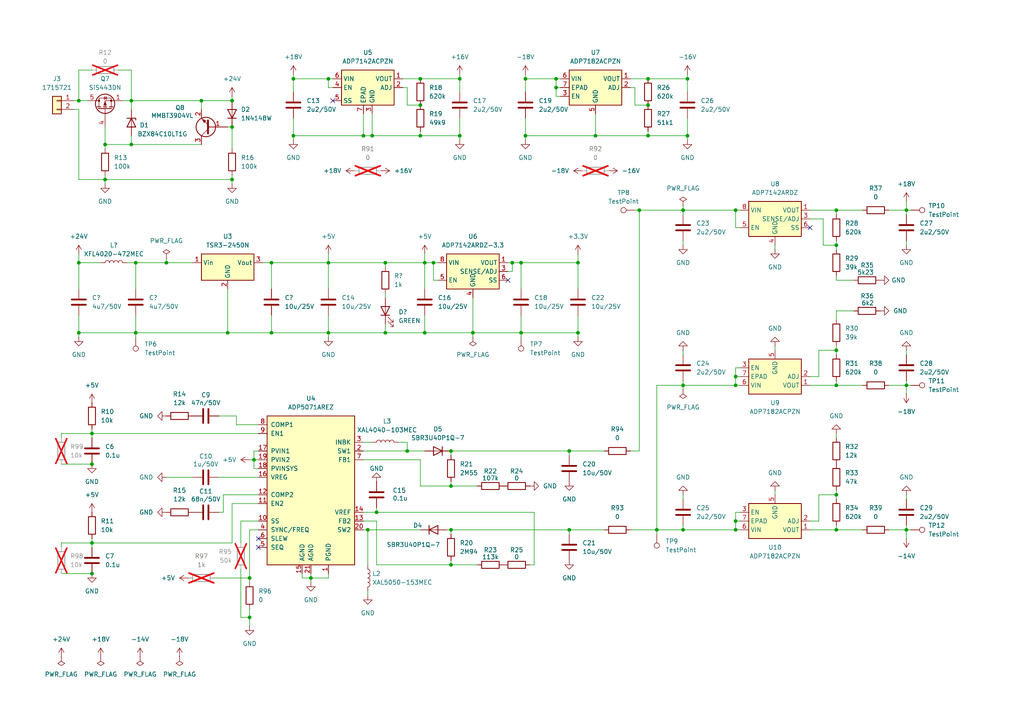
<source format=kicad_sch>
(kicad_sch (version 20250114) (generator "eeschema") (generator_version "9.0")
  (paper "A4")
  (junction (at 123.19 76.2))
  (junction (at 121.92 22.86))
  (junction (at 242.57 143.51))
  (junction (at 161.29 22.86))
  (junction (at 198.12 111.76))
  (junction (at 67.31 36.83))
  (junction (at 198.12 60.96))
  (junction (at 185.42 60.96))
  (junction (at 38.1 41.91))
  (junction (at 152.4 22.86))
  (junction (at 111.76 76.2))
  (junction (at 130.81 130.81))
  (junction (at 73.66 133.35))
  (junction (at 190.5 153.67))
  (junction (at 22.86 76.2))
  (junction (at 67.31 52.07))
  (junction (at 105.41 39.37))
  (junction (at 130.81 140.97))
  (junction (at 130.81 153.67))
  (junction (at 187.96 30.48))
  (junction (at 78.74 76.2))
  (junction (at 198.12 153.67))
  (junction (at 151.13 96.52))
  (junction (at 26.67 157.48))
  (junction (at 30.48 52.07))
  (junction (at 172.72 39.37))
  (junction (at 106.68 153.67))
  (junction (at 38.1 29.21))
  (junction (at 107.95 39.37))
  (junction (at 213.36 109.22))
  (junction (at 121.92 30.48))
  (junction (at 48.26 76.2))
  (junction (at 39.37 76.2))
  (junction (at 78.74 96.52))
  (junction (at 109.22 148.59))
  (junction (at 22.86 29.21))
  (junction (at 213.36 111.76))
  (junction (at 148.59 76.2))
  (junction (at 72.39 179.07))
  (junction (at 213.36 153.67))
  (junction (at 130.81 163.83))
  (junction (at 133.35 39.37))
  (junction (at 95.25 22.86))
  (junction (at 242.57 71.12))
  (junction (at 90.17 167.64))
  (junction (at 85.09 22.86))
  (junction (at 123.19 96.52))
  (junction (at 187.96 22.86))
  (junction (at 165.1 130.81))
  (junction (at 262.89 153.67))
  (junction (at 121.92 39.37))
  (junction (at 187.96 39.37))
  (junction (at 199.39 22.86))
  (junction (at 95.25 76.2))
  (junction (at 30.48 41.91))
  (junction (at 213.36 151.13))
  (junction (at 95.25 96.52))
  (junction (at 151.13 76.2))
  (junction (at 242.57 111.76))
  (junction (at 262.89 111.76))
  (junction (at 167.64 76.2))
  (junction (at 137.16 96.52))
  (junction (at 72.39 167.64))
  (junction (at 167.64 96.52))
  (junction (at 118.11 130.81))
  (junction (at 125.73 76.2))
  (junction (at 85.09 39.37))
  (junction (at 58.42 29.21))
  (junction (at 22.86 96.52))
  (junction (at 133.35 22.86))
  (junction (at 152.4 39.37))
  (junction (at 165.1 153.67))
  (junction (at 242.57 101.6))
  (junction (at 199.39 39.37))
  (junction (at 26.67 125.73))
  (junction (at 262.89 60.96))
  (junction (at 242.57 153.67))
  (junction (at 67.31 29.21))
  (junction (at 26.67 166.37))
  (junction (at 66.04 96.52))
  (junction (at 242.57 60.96))
  (junction (at 26.67 134.62))
  (junction (at 39.37 96.52))
  (junction (at 111.76 96.52))
  (junction (at 161.29 25.4))
  (junction (at 213.36 60.96))
  (no_connect (at 96.52 29.21))
  (no_connect (at 234.95 66.04))
  (no_connect (at 147.32 81.28))
  (no_connect (at 74.93 158.75))
  (no_connect (at 74.93 156.21))
  (wire (pts (xy 237.49 151.13) (xy 237.49 143.51)))
  (wire (pts (xy 262.89 101.6) (xy 262.89 102.87)))
  (wire (pts (xy 58.42 29.21) (xy 67.31 29.21)))
  (wire (pts (xy 242.57 153.67) (xy 250.19 153.67)))
  (wire (pts (xy 198.12 110.49) (xy 198.12 111.76)))
  (wire (pts (xy 167.64 73.66) (xy 167.64 76.2)))
  (wire (pts (xy 238.76 71.12) (xy 242.57 71.12)))
  (wire (pts (xy 198.12 153.67) (xy 213.36 153.67)))
  (wire (pts (xy 129.54 153.67) (xy 130.81 153.67)))
  (wire (pts (xy 64.77 143.51) (xy 74.93 143.51)))
  (wire (pts (xy 73.66 135.89) (xy 74.93 135.89)))
  (wire (pts (xy 154.94 163.83) (xy 154.94 148.59)))
  (wire (pts (xy 90.17 167.64) (xy 90.17 168.91)))
  (wire (pts (xy 74.93 130.81) (xy 73.66 130.81)))
  (wire (pts (xy 109.22 147.32) (xy 109.22 148.59)))
  (wire (pts (xy 116.84 22.86) (xy 121.92 22.86)))
  (wire (pts (xy 198.12 69.85) (xy 198.12 71.12)))
  (wire (pts (xy 198.12 111.76) (xy 190.5 111.76)))
  (wire (pts (xy 35.56 29.21) (xy 38.1 29.21)))
  (wire (pts (xy 242.57 71.12) (xy 242.57 72.39)))
  (wire (pts (xy 111.76 76.2) (xy 111.76 77.47)))
  (wire (pts (xy 36.83 76.2) (xy 39.37 76.2)))
  (wire (pts (xy 198.12 101.6) (xy 198.12 102.87)))
  (wire (pts (xy 85.09 22.86) (xy 85.09 26.67)))
  (wire (pts (xy 85.09 39.37) (xy 85.09 40.64)))
  (wire (pts (xy 133.35 39.37) (xy 133.35 34.29)))
  (wire (pts (xy 130.81 153.67) (xy 165.1 153.67)))
  (wire (pts (xy 67.31 29.21) (xy 67.31 27.94)))
  (wire (pts (xy 213.36 111.76) (xy 214.63 111.76)))
  (wire (pts (xy 224.79 71.12) (xy 224.79 72.39)))
  (wire (pts (xy 242.57 81.28) (xy 242.57 80.01)))
  (wire (pts (xy 214.63 106.68) (xy 213.36 106.68)))
  (wire (pts (xy 96.52 25.4) (xy 95.25 25.4)))
  (wire (pts (xy 69.85 157.48) (xy 69.85 151.13)))
  (wire (pts (xy 30.48 41.91) (xy 38.1 41.91)))
  (wire (pts (xy 152.4 34.29) (xy 152.4 39.37)))
  (wire (pts (xy 242.57 62.23) (xy 242.57 60.96)))
  (wire (pts (xy 161.29 22.86) (xy 162.56 22.86)))
  (wire (pts (xy 262.89 69.85) (xy 262.89 71.12)))
  (wire (pts (xy 161.29 25.4) (xy 161.29 22.86)))
  (wire (pts (xy 262.89 153.67) (xy 264.16 153.67)))
  (wire (pts (xy 234.95 153.67) (xy 242.57 153.67)))
  (wire (pts (xy 153.67 163.83) (xy 154.94 163.83)))
  (wire (pts (xy 133.35 39.37) (xy 133.35 40.64)))
  (wire (pts (xy 111.76 96.52) (xy 123.19 96.52)))
  (wire (pts (xy 238.76 63.5) (xy 238.76 71.12)))
  (wire (pts (xy 90.17 167.64) (xy 95.25 167.64)))
  (wire (pts (xy 123.19 73.66) (xy 123.19 76.2)))
  (wire (pts (xy 257.81 60.96) (xy 262.89 60.96)))
  (wire (pts (xy 242.57 125.73) (xy 242.57 127)))
  (wire (pts (xy 111.76 86.36) (xy 111.76 85.09)))
  (wire (pts (xy 262.89 58.42) (xy 262.89 60.96)))
  (wire (pts (xy 175.26 130.81) (xy 165.1 130.81)))
  (wire (pts (xy 242.57 143.51) (xy 242.57 144.78)))
  (wire (pts (xy 26.67 20.32) (xy 22.86 20.32)))
  (wire (pts (xy 95.25 166.37) (xy 95.25 167.64)))
  (wire (pts (xy 105.41 151.13) (xy 109.22 151.13)))
  (wire (pts (xy 105.41 148.59) (xy 109.22 148.59)))
  (wire (pts (xy 73.66 133.35) (xy 73.66 135.89)))
  (wire (pts (xy 234.95 109.22) (xy 237.49 109.22)))
  (wire (pts (xy 34.29 20.32) (xy 38.1 20.32)))
  (wire (pts (xy 118.11 30.48) (xy 121.92 30.48)))
  (wire (pts (xy 95.25 96.52) (xy 95.25 91.44)))
  (wire (pts (xy 95.25 22.86) (xy 85.09 22.86)))
  (wire (pts (xy 133.35 26.67) (xy 133.35 22.86)))
  (wire (pts (xy 22.86 52.07) (xy 30.48 52.07)))
  (wire (pts (xy 257.81 153.67) (xy 262.89 153.67)))
  (wire (pts (xy 125.73 81.28) (xy 125.73 76.2)))
  (wire (pts (xy 242.57 100.33) (xy 242.57 101.6)))
  (wire (pts (xy 58.42 29.21) (xy 58.42 31.75)))
  (wire (pts (xy 167.64 96.52) (xy 151.13 96.52)))
  (wire (pts (xy 111.76 93.98) (xy 111.76 96.52)))
  (wire (pts (xy 22.86 29.21) (xy 25.4 29.21)))
  (wire (pts (xy 262.89 110.49) (xy 262.89 111.76)))
  (wire (pts (xy 184.15 25.4) (xy 184.15 30.48)))
  (wire (pts (xy 242.57 110.49) (xy 242.57 111.76)))
  (wire (pts (xy 95.25 83.82) (xy 95.25 76.2)))
  (wire (pts (xy 30.48 52.07) (xy 67.31 52.07)))
  (wire (pts (xy 161.29 27.94) (xy 161.29 25.4)))
  (wire (pts (xy 64.77 148.59) (xy 64.77 143.51)))
  (wire (pts (xy 184.15 60.96) (xy 185.42 60.96)))
  (wire (pts (xy 234.95 151.13) (xy 237.49 151.13)))
  (wire (pts (xy 247.65 90.17) (xy 242.57 90.17)))
  (wire (pts (xy 198.12 111.76) (xy 213.36 111.76)))
  (wire (pts (xy 106.68 171.45) (xy 106.68 172.72)))
  (wire (pts (xy 17.78 127) (xy 17.78 125.73)))
  (wire (pts (xy 21.59 29.21) (xy 22.86 29.21)))
  (wire (pts (xy 78.74 96.52) (xy 95.25 96.52)))
  (wire (pts (xy 17.78 166.37) (xy 26.67 166.37)))
  (wire (pts (xy 66.04 83.82) (xy 66.04 96.52)))
  (wire (pts (xy 30.48 52.07) (xy 30.48 50.8)))
  (wire (pts (xy 67.31 146.05) (xy 74.93 146.05)))
  (wire (pts (xy 151.13 76.2) (xy 151.13 83.82)))
  (wire (pts (xy 224.79 142.24) (xy 224.79 143.51)))
  (wire (pts (xy 130.81 130.81) (xy 130.81 132.08)))
  (wire (pts (xy 95.25 96.52) (xy 111.76 96.52)))
  (wire (pts (xy 182.88 22.86) (xy 187.96 22.86)))
  (wire (pts (xy 198.12 152.4) (xy 198.12 153.67)))
  (wire (pts (xy 48.26 138.43) (xy 55.88 138.43)))
  (wire (pts (xy 213.36 60.96) (xy 214.63 60.96)))
  (wire (pts (xy 213.36 153.67) (xy 214.63 153.67)))
  (wire (pts (xy 26.67 124.46) (xy 26.67 125.73)))
  (wire (pts (xy 62.23 167.64) (xy 72.39 167.64)))
  (wire (pts (xy 165.1 153.67) (xy 165.1 154.94)))
  (wire (pts (xy 213.36 151.13) (xy 214.63 151.13)))
  (wire (pts (xy 17.78 125.73) (xy 26.67 125.73)))
  (wire (pts (xy 115.57 128.27) (xy 118.11 128.27)))
  (wire (pts (xy 237.49 109.22) (xy 237.49 101.6)))
  (wire (pts (xy 199.39 39.37) (xy 187.96 39.37)))
  (wire (pts (xy 106.68 153.67) (xy 106.68 163.83)))
  (wire (pts (xy 95.25 22.86) (xy 96.52 22.86)))
  (wire (pts (xy 198.12 143.51) (xy 198.12 144.78)))
  (wire (pts (xy 137.16 96.52) (xy 151.13 96.52)))
  (wire (pts (xy 109.22 151.13) (xy 109.22 163.83)))
  (wire (pts (xy 69.85 165.1) (xy 69.85 179.07)))
  (wire (pts (xy 72.39 153.67) (xy 72.39 167.64)))
  (wire (pts (xy 22.86 96.52) (xy 22.86 97.79)))
  (wire (pts (xy 30.48 53.34) (xy 30.48 52.07)))
  (wire (pts (xy 190.5 153.67) (xy 198.12 153.67)))
  (wire (pts (xy 148.59 78.74) (xy 148.59 76.2)))
  (wire (pts (xy 234.95 111.76) (xy 242.57 111.76)))
  (wire (pts (xy 262.89 152.4) (xy 262.89 153.67)))
  (wire (pts (xy 30.48 36.83) (xy 30.48 41.91)))
  (wire (pts (xy 26.67 125.73) (xy 26.67 127)))
  (wire (pts (xy 151.13 91.44) (xy 151.13 96.52)))
  (wire (pts (xy 38.1 39.37) (xy 38.1 41.91)))
  (wire (pts (xy 105.41 33.02) (xy 105.41 39.37)))
  (wire (pts (xy 66.04 36.83) (xy 67.31 36.83)))
  (wire (pts (xy 69.85 151.13) (xy 74.93 151.13)))
  (wire (pts (xy 125.73 76.2) (xy 123.19 76.2)))
  (wire (pts (xy 85.09 21.59) (xy 85.09 22.86)))
  (wire (pts (xy 185.42 130.81) (xy 185.42 60.96)))
  (wire (pts (xy 214.63 148.59) (xy 213.36 148.59)))
  (wire (pts (xy 213.36 151.13) (xy 213.36 153.67)))
  (wire (pts (xy 95.25 73.66) (xy 95.25 76.2)))
  (wire (pts (xy 262.89 60.96) (xy 264.16 60.96)))
  (wire (pts (xy 72.39 179.07) (xy 72.39 181.61)))
  (wire (pts (xy 224.79 100.33) (xy 224.79 101.6)))
  (wire (pts (xy 262.89 143.51) (xy 262.89 144.78)))
  (wire (pts (xy 182.88 25.4) (xy 184.15 25.4)))
  (wire (pts (xy 107.95 33.02) (xy 107.95 39.37)))
  (wire (pts (xy 199.39 26.67) (xy 199.39 22.86)))
  (wire (pts (xy 26.67 156.21) (xy 26.67 157.48)))
  (wire (pts (xy 121.92 140.97) (xy 130.81 140.97)))
  (wire (pts (xy 76.2 76.2) (xy 78.74 76.2)))
  (wire (pts (xy 123.19 76.2) (xy 123.19 83.82)))
  (wire (pts (xy 39.37 96.52) (xy 39.37 97.79)))
  (wire (pts (xy 95.25 76.2) (xy 78.74 76.2)))
  (wire (pts (xy 22.86 31.75) (xy 22.86 52.07)))
  (wire (pts (xy 213.36 109.22) (xy 213.36 111.76)))
  (wire (pts (xy 152.4 21.59) (xy 152.4 22.86)))
  (wire (pts (xy 152.4 39.37) (xy 172.72 39.37)))
  (wire (pts (xy 67.31 52.07) (xy 67.31 53.34)))
  (wire (pts (xy 247.65 81.28) (xy 242.57 81.28)))
  (wire (pts (xy 38.1 29.21) (xy 58.42 29.21)))
  (wire (pts (xy 242.57 142.24) (xy 242.57 143.51)))
  (wire (pts (xy 152.4 22.86) (xy 152.4 26.67)))
  (wire (pts (xy 262.89 111.76) (xy 264.16 111.76)))
  (wire (pts (xy 213.36 60.96) (xy 213.36 66.04)))
  (wire (pts (xy 213.36 148.59) (xy 213.36 151.13)))
  (wire (pts (xy 262.89 111.76) (xy 262.89 114.3)))
  (wire (pts (xy 213.36 106.68) (xy 213.36 109.22)))
  (wire (pts (xy 87.63 167.64) (xy 90.17 167.64)))
  (wire (pts (xy 148.59 76.2) (xy 151.13 76.2)))
  (wire (pts (xy 190.5 111.76) (xy 190.5 153.67)))
  (wire (pts (xy 78.74 83.82) (xy 78.74 76.2)))
  (wire (pts (xy 105.41 128.27) (xy 107.95 128.27)))
  (wire (pts (xy 133.35 22.86) (xy 121.92 22.86)))
  (wire (pts (xy 105.41 130.81) (xy 118.11 130.81)))
  (wire (pts (xy 190.5 153.67) (xy 190.5 154.94)))
  (wire (pts (xy 118.11 130.81) (xy 123.19 130.81)))
  (wire (pts (xy 167.64 76.2) (xy 167.64 83.82)))
  (wire (pts (xy 67.31 36.83) (xy 67.31 43.18)))
  (wire (pts (xy 116.84 25.4) (xy 118.11 25.4)))
  (wire (pts (xy 165.1 132.08) (xy 165.1 130.81)))
  (wire (pts (xy 172.72 39.37) (xy 187.96 39.37)))
  (wire (pts (xy 72.39 133.35) (xy 73.66 133.35)))
  (wire (pts (xy 39.37 96.52) (xy 66.04 96.52)))
  (wire (pts (xy 67.31 146.05) (xy 67.31 157.48)))
  (wire (pts (xy 38.1 41.91) (xy 58.42 41.91)))
  (wire (pts (xy 172.72 33.02) (xy 172.72 39.37)))
  (wire (pts (xy 161.29 25.4) (xy 162.56 25.4)))
  (wire (pts (xy 63.5 138.43) (xy 74.93 138.43)))
  (wire (pts (xy 63.5 120.65) (xy 68.58 120.65)))
  (wire (pts (xy 234.95 60.96) (xy 242.57 60.96)))
  (wire (pts (xy 130.81 130.81) (xy 165.1 130.81)))
  (wire (pts (xy 133.35 21.59) (xy 133.35 22.86)))
  (wire (pts (xy 118.11 128.27) (xy 118.11 130.81)))
  (wire (pts (xy 68.58 120.65) (xy 68.58 123.19)))
  (wire (pts (xy 118.11 25.4) (xy 118.11 30.48)))
  (wire (pts (xy 30.48 43.18) (xy 30.48 41.91)))
  (wire (pts (xy 187.96 38.1) (xy 187.96 39.37)))
  (wire (pts (xy 199.39 22.86) (xy 187.96 22.86)))
  (wire (pts (xy 167.64 76.2) (xy 151.13 76.2)))
  (wire (pts (xy 105.41 133.35) (xy 121.92 133.35)))
  (wire (pts (xy 167.64 91.44) (xy 167.64 96.52)))
  (wire (pts (xy 184.15 30.48) (xy 187.96 30.48)))
  (wire (pts (xy 198.12 60.96) (xy 198.12 62.23)))
  (wire (pts (xy 137.16 96.52) (xy 137.16 97.79)))
  (wire (pts (xy 17.78 134.62) (xy 26.67 134.62)))
  (wire (pts (xy 198.12 59.69) (xy 198.12 60.96)))
  (wire (pts (xy 199.39 39.37) (xy 199.39 40.64)))
  (wire (pts (xy 39.37 76.2) (xy 39.37 83.82)))
  (wire (pts (xy 72.39 167.64) (xy 72.39 168.91)))
  (wire (pts (xy 130.81 163.83) (xy 130.81 162.56)))
  (wire (pts (xy 152.4 39.37) (xy 152.4 40.64)))
  (wire (pts (xy 22.86 20.32) (xy 22.86 29.21)))
  (wire (pts (xy 137.16 86.36) (xy 137.16 96.52)))
  (wire (pts (xy 198.12 111.76) (xy 198.12 113.03)))
  (wire (pts (xy 48.26 74.93) (xy 48.26 76.2)))
  (wire (pts (xy 182.88 153.67) (xy 190.5 153.67)))
  (wire (pts (xy 262.89 60.96) (xy 262.89 62.23)))
  (wire (pts (xy 213.36 109.22) (xy 214.63 109.22)))
  (wire (pts (xy 26.67 157.48) (xy 67.31 157.48)))
  (wire (pts (xy 123.19 96.52) (xy 137.16 96.52)))
  (wire (pts (xy 87.63 166.37) (xy 87.63 167.64)))
  (wire (pts (xy 198.12 60.96) (xy 213.36 60.96)))
  (wire (pts (xy 165.1 153.67) (xy 175.26 153.67)))
  (wire (pts (xy 95.25 25.4) (xy 95.25 22.86)))
  (wire (pts (xy 17.78 157.48) (xy 26.67 157.48)))
  (wire (pts (xy 262.89 153.67) (xy 262.89 156.21)))
  (wire (pts (xy 72.39 153.67) (xy 74.93 153.67)))
  (wire (pts (xy 90.17 166.37) (xy 90.17 167.64)))
  (wire (pts (xy 68.58 123.19) (xy 74.93 123.19)))
  (wire (pts (xy 22.86 73.66) (xy 22.86 76.2)))
  (wire (pts (xy 147.32 78.74) (xy 148.59 78.74)))
  (wire (pts (xy 78.74 96.52) (xy 78.74 91.44)))
  (wire (pts (xy 130.81 163.83) (xy 138.43 163.83)))
  (wire (pts (xy 17.78 158.75) (xy 17.78 157.48)))
  (wire (pts (xy 234.95 63.5) (xy 238.76 63.5)))
  (wire (pts (xy 111.76 76.2) (xy 123.19 76.2)))
  (wire (pts (xy 48.26 76.2) (xy 55.88 76.2)))
  (wire (pts (xy 26.67 157.48) (xy 26.67 158.75)))
  (wire (pts (xy 154.94 148.59) (xy 109.22 148.59)))
  (wire (pts (xy 95.25 96.52) (xy 95.25 97.79)))
  (wire (pts (xy 21.59 31.75) (xy 22.86 31.75)))
  (wire (pts (xy 242.57 101.6) (xy 242.57 102.87)))
  (wire (pts (xy 185.42 130.81) (xy 182.88 130.81)))
  (wire (pts (xy 72.39 176.53) (xy 72.39 179.07)))
  (wire (pts (xy 38.1 20.32) (xy 38.1 29.21)))
  (wire (pts (xy 214.63 66.04) (xy 213.36 66.04)))
  (wire (pts (xy 107.95 39.37) (xy 121.92 39.37)))
  (wire (pts (xy 151.13 96.52) (xy 151.13 97.79)))
  (wire (pts (xy 121.92 38.1) (xy 121.92 39.37)))
  (wire (pts (xy 237.49 101.6) (xy 242.57 101.6)))
  (wire (pts (xy 26.67 125.73) (xy 74.93 125.73)))
  (wire (pts (xy 85.09 39.37) (xy 105.41 39.37)))
  (wire (pts (xy 39.37 76.2) (xy 48.26 76.2)))
  (wire (pts (xy 123.19 91.44) (xy 123.19 96.52)))
  (wire (pts (xy 69.85 179.07) (xy 72.39 179.07)))
  (wire (pts (xy 67.31 50.8) (xy 67.31 52.07)))
  (wire (pts (xy 257.81 111.76) (xy 262.89 111.76)))
  (wire (pts (xy 130.81 140.97) (xy 138.43 140.97)))
  (wire (pts (xy 133.35 39.37) (xy 121.92 39.37)))
  (wire (pts (xy 95.25 76.2) (xy 111.76 76.2)))
  (wire (pts (xy 106.68 153.67) (xy 121.92 153.67)))
  (wire (pts (xy 242.57 90.17) (xy 242.57 92.71)))
  (wire (pts (xy 73.66 133.35) (xy 74.93 133.35)))
  (wire (pts (xy 38.1 29.21) (xy 38.1 31.75)))
  (wire (pts (xy 185.42 60.96) (xy 198.12 60.96)))
  (wire (pts (xy 161.29 22.86) (xy 152.4 22.86)))
  (wire (pts (xy 242.57 60.96) (xy 250.19 60.96)))
  (wire (pts (xy 199.39 21.59) (xy 199.39 22.86)))
  (wire (pts (xy 167.64 96.52) (xy 167.64 97.79)))
  (wire (pts (xy 130.81 140.97) (xy 130.81 139.7)))
  (wire (pts (xy 63.5 148.59) (xy 64.77 148.59)))
  (wire (pts (xy 73.66 130.81) (xy 73.66 133.35)))
  (wire (pts (xy 147.32 76.2) (xy 148.59 76.2)))
  (wire (pts (xy 22.86 96.52) (xy 39.37 96.52)))
  (wire (pts (xy 199.39 39.37) (xy 199.39 34.29)))
  (wire (pts (xy 127 81.28) (xy 125.73 81.28)))
  (wire (pts (xy 125.73 76.2) (xy 127 76.2)))
  (wire (pts (xy 121.92 133.35) (xy 121.92 140.97)))
  (wire (pts (xy 162.56 27.94) (xy 161.29 27.94)))
  (wire (pts (xy 242.57 152.4) (xy 242.57 153.67)))
  (wire (pts (xy 22.86 91.44) (xy 22.86 96.52)))
  (wire (pts (xy 85.09 34.29) (xy 85.09 39.37)))
  (wire (pts (xy 22.86 76.2) (xy 22.86 83.82)))
  (wire (pts (xy 78.74 96.52) (xy 66.04 96.52)))
  (wire (pts (xy 22.86 76.2) (xy 29.21 76.2)))
  (wire (pts (xy 130.81 154.94) (xy 130.81 153.67)))
  (wire (pts (xy 109.22 163.83) (xy 130.81 163.83)))
  (wire (pts (xy 242.57 71.12) (xy 242.57 69.85)))
  (wire (pts (xy 105.41 39.37) (xy 107.95 39.37)))
  (wire (pts (xy 39.37 91.44) (xy 39.37 96.52)))
  (wire (pts (xy 237.49 143.51) (xy 242.57 143.51)))
  (wire (pts (xy 242.57 111.76) (xy 250.19 111.76)))
  (wire (pts (xy 105.41 153.67) (xy 106.68 153.67)))
  (symbol (lib_id "Device:R") (at 251.46 90.17 90) (unit 1)
    (property "Reference" "R36" (at 253.492 85.852 90) (effects (justify left)))
    (property "Value" "6k2" (at 253.492 87.884 90) (effects (justify left)))
    (property "Footprint" "Resistor_SMD:R_0603_1608Metric" (effects (hide yes)))
    (property "Description" "Resistor" (effects (hide yes)))
  )
  (symbol (lib_id "Device:R") (at 142.24 163.83 90) (unit 1)
    (property "Reference" "R23" (at 142.24 159.512 90))
    (property "Value" "113k" (at 142.24 161.544 90))
    (property "Footprint" "Resistor_SMD:R_0603_1608Metric" (effects (hide yes)))
    (property "Description" "Resistor" (effects (hide yes)))
  )
  (symbol (lib_id "power:+24V") (at 17.78 190.5 0) (unit 1)
    (property "Reference" "#PWR023" (effects (hide yes)))
    (property "Value" "+24V" (at 17.78 185.42 0))
    (property "Description" "Power symbol creates a global label with name \"+24V\"" (effects (hide yes)))
  )
  (symbol (lib_id "Device:C") (at 95.25 87.63 0) (unit 1)
    (property "Reference" "C14" (at 99.06 86.3599 0) (effects (justify left)))
    (property "Value" "10u/25V" (at 99.06 88.8999 0) (effects (justify left)))
    (property "Footprint" "Capacitor_SMD:C_0805_2012Metric" (effects (hide yes)))
    (property "Description" "Unpolarized capacitor" (effects (hide yes)))
  )
  (symbol (lib_id "power:GND") (at 90.17 168.91 0) (unit 1)
    (property "Reference" "#PWR033" (effects (hide yes)))
    (property "Value" "GND" (at 90.17 173.99 0))
    (property "Description" "Power symbol creates a global label with name \"GND\" , ground" (effects (hide yes)))
  )
  (symbol (lib_id "power:GND") (at 67.31 53.34 0) (unit 1)
    (property "Reference" "#PWR026" (effects (hide yes)))
    (property "Value" "GND" (at 67.31 58.42 0))
    (property "Description" "Power symbol creates a global label with name \"GND\" , ground" (effects (hide yes)))
  )
  (symbol (lib_id "MADC_ARTY:ADP7182ACPZN") (at 172.72 25.4 0) (mirror x) (unit 1)
    (property "Reference" "U7" (at 172.72 15.24 0))
    (property "Value" "ADP7182ACPZN" (at 172.72 17.78 0))
    (property "Footprint" "Package_CSP:LFCSP-6-1EP_2x2mm_P0.65mm_EP1x1.6mm" (effects (hide yes)))
    (property "Datasheet" "https://www.analog.com/media/en/technical-documentation/data-sheets/ADP7182.pdf" (effects (hide yes)))
    (property "Description" "200mA, Low Noise, CMOS Low Dropout Regulator, Negative, Adjustable" (effects (hide yes)))
  )
  (symbol (lib_id "power:GND") (at 224.79 100.33 180) (unit 1)
    (property "Reference" "#PWR055" (effects (hide yes)))
    (property "Value" "GND" (at 224.79 95.25 0))
    (property "Description" "Power symbol creates a global label with name \"GND\" , ground" (effects (hide yes)))
  )
  (symbol (lib_id "Device:C") (at 262.89 66.04 0) (unit 1)
    (property "Reference" "C27" (at 266.7 64.7699 0) (effects (justify left)))
    (property "Value" "2u2/50V" (at 266.7 67.3099 0) (effects (justify left)))
    (property "Footprint" "Capacitor_SMD:C_1206_3216Metric" (effects (hide yes)))
    (property "Description" "Unpolarized capacitor" (effects (hide yes)))
  )
  (symbol (lib_id "Device:R") (at 187.96 34.29 0) (unit 1)
    (property "Reference" "R27" (at 190.5 33.0199 0) (effects (justify left)))
    (property "Value" "51k1" (at 190.5 35.5599 0) (effects (justify left)))
    (property "Footprint" "Resistor_SMD:R_0603_1608Metric" (effects (hide yes)))
    (property "Description" "Resistor" (effects (hide yes)))
  )
  (symbol (lib_id "Device:R") (at 106.68 49.53 90) (unit 1) (dnp yes)
    (property "Reference" "R91" (at 106.68 43.18 90))
    (property "Value" "0" (at 106.68 45.72 90))
    (property "Footprint" "Resistor_SMD:R_0603_1608Metric" (effects (hide yes)))
    (property "Description" "Resistor" (effects (hide yes)))
  )
  (symbol (lib_id "Transistor_FET:SiS443DN") (at 30.48 31.75 90) (unit 1)
    (property "Reference" "Q7" (at 30.48 22.86 90))
    (property "Value" "SiS443DN" (at 30.48 25.4 90))
    (property "Footprint" "Package_SO:Vishay_PowerPAK_1212-8_Single" (effects (hide yes)))
    (property "Datasheet" "https://www.vishay.com/docs/63253/sis443dn.pdf" (effects (hide yes)))
    (property "Description" "-35A Id, -40V Vds, P-Channel MOSFET, PowerPAK 1212-8 Single" (effects (hide yes)))
  )
  (symbol (lib_id "power:GND") (at 242.57 125.73 180) (unit 1)
    (property "Reference" "#PWR057" (effects (hide yes)))
    (property "Value" "GND" (at 242.57 120.65 0))
    (property "Description" "Power symbol creates a global label with name \"GND\" , ground" (effects (hide yes)))
  )
  (symbol (lib_id "Device:C") (at 59.69 138.43 90) (unit 1)
    (property "Reference" "C10" (at 59.69 132.334 90))
    (property "Value" "1u/50V" (at 59.69 134.62 90))
    (property "Footprint" "Capacitor_SMD:C_0603_1608Metric" (effects (hide yes)))
    (property "Description" "Unpolarized capacitor" (effects (hide yes)))
  )
  (symbol (lib_id "Device:C") (at 78.74 87.63 0) (unit 1)
    (property "Reference" "C12" (at 82.55 86.3599 0) (effects (justify left)))
    (property "Value" "10u/25V" (at 82.55 88.8999 0) (effects (justify left)))
    (property "Footprint" "Capacitor_SMD:C_0805_2012Metric" (effects (hide yes)))
    (property "Description" "Unpolarized capacitor" (effects (hide yes)))
    (instances (project "DIFF_MEAS" (path "" (reference "C?") (unit 1))) (project "DIFF_MEAS" (path "" (reference "C12") (unit 1))))
  )
  (symbol (lib_id "MADC_ARTY:-18V") (at 152.4 21.59 0) (unit 1)
    (property "Reference" "#PWR041" (effects (hide yes)))
    (property "Value" "-18V" (at 152.4 16.51 0))
    (property "Description" "Power symbol creates a global label" (effects (hide yes)))
  )
  (symbol (lib_id "MADC_ARTY:-16V") (at 176.53 49.53 270) (unit 1)
    (property "Reference" "#PWR0180" (effects (hide yes)))
    (property "Value" "-16V" (at 180.34 49.5299 90) (effects (justify left)))
    (property "Description" "Power symbol creates a global label" (effects (hide yes)))
  )
  (symbol (lib_id "Device:L") (at 111.76 128.27 90) (unit 1)
    (property "Reference" "L3" (at 112.268 122.174 90))
    (property "Value" "XAL4040-103MEC" (at 112.268 124.714 90))
    (property "Footprint" "Inductor_SMD:L_Coilcraft_XAL4040-XXX" (effects (hide yes)))
    (property "Description" "Inductor" (effects (hide yes)))
  )
  (symbol (lib_id "Device:C") (at 198.12 106.68 0) (unit 1)
    (property "Reference" "C24" (at 201.93 105.4099 0) (effects (justify left)))
    (property "Value" "2u2/50V" (at 201.93 107.9499 0) (effects (justify left)))
    (property "Footprint" "Capacitor_SMD:C_1206_3216Metric" (effects (hide yes)))
    (property "Description" "Unpolarized capacitor" (effects (hide yes)))
  )
  (symbol (lib_id "power:GND") (at 224.79 72.39 0) (unit 1)
    (property "Reference" "#PWR054" (effects (hide yes)))
    (property "Value" "GND" (at 224.79 77.47 0))
    (property "Description" "Power symbol creates a global label with name \"GND\" , ground" (effects (hide yes)))
  )
  (symbol (lib_id "Device:C") (at 109.22 143.51 180) (unit 1)
    (property "Reference" "C15" (at 115.824 142.24 0))
    (property "Value" "0.1u" (at 116.078 144.526 0))
    (property "Footprint" "Capacitor_SMD:C_0603_1608Metric" (effects (hide yes)))
    (property "Description" "Unpolarized capacitor" (effects (hide yes)))
  )
  (symbol (lib_id "Connector:TestPoint") (at 39.37 97.79 180) (unit 1)
    (property "Reference" "TP6" (at 41.91 99.8219 0) (effects (justify right)))
    (property "Value" "TestPoint" (at 41.91 102.3619 0) (effects (justify right)))
    (property "Footprint" "TestPoint:TestPoint_Keystone_5010-5014_Multipurpose" (effects (hide yes)))
    (property "Description" "test point" (effects (hide yes)))
  )
  (symbol (lib_id "power:PWR_FLAG") (at 29.21 190.5 180) (unit 1)
    (property "Reference" "#FLG03" (effects (hide yes)))
    (property "Value" "PWR_FLAG" (at 29.21 195.58 0))
    (property "Description" "Special symbol for telling ERC where power comes from" (effects (hide yes)))
  )
  (symbol (lib_id "MADC_ARTY:-18V") (at 262.89 114.3 180) (unit 1)
    (property "Reference" "#PWR063" (effects (hide yes)))
    (property "Value" "-18V" (at 262.89 119.38 0))
    (property "Description" "Power symbol creates a global label" (effects (hide yes)))
  )
  (symbol (lib_id "Regulator_Switching:ADP5071AREZ") (at 90.17 143.51 0) (unit 1)
    (property "Reference" "U4" (at 90.17 115.57 0))
    (property "Value" "ADP5071AREZ" (at 90.17 118.11 0))
    (property "Footprint" "Package_SO:ETSSOP-20-1EP_4.4x6.5mm_P0.65mm_EP3x4.2mm" (effects (hide yes)))
    (property "Datasheet" "https://www.analog.com/media/en/technical-documentation/data-sheets/ADP5071.pdf" (effects (hide yes)))
    (property "Description" "2A/1.2A DC-to-DC Switching Regulator with Independent Positive and Negative Outputs" (effects (hide yes)))
  )
  (symbol (lib_id "Device:R") (at 149.86 163.83 90) (unit 1)
    (property "Reference" "R25" (at 149.86 159.512 90))
    (property "Value" "0" (at 149.86 161.544 90))
    (property "Footprint" "Resistor_SMD:R_0603_1608Metric" (effects (hide yes)))
    (property "Description" "Resistor" (effects (hide yes)))
  )
  (symbol (lib_id "power:GND") (at 26.67 134.62 0) (unit 1)
    (property "Reference" "#PWR016" (effects (hide yes)))
    (property "Value" "GND" (at 26.67 139.7 0))
    (property "Description" "Power symbol creates a global label with name \"GND\" , ground" (effects (hide yes)))
  )
  (symbol (lib_id "MADC_ARTY:-18V") (at 52.07 190.5 0) (unit 1)
    (property "Reference" "#PWR030" (effects (hide yes)))
    (property "Value" "-18V" (at 52.07 185.42 0))
    (property "Description" "Power symbol creates a global label" (effects (hide yes)))
  )
  (symbol (lib_id "Device:R") (at 121.92 26.67 0) (unit 1)
    (property "Reference" "R18" (at 124.46 25.3999 0) (effects (justify left)))
    (property "Value" "620k" (at 124.46 27.9399 0) (effects (justify left)))
    (property "Footprint" "Resistor_SMD:R_0603_1608Metric" (effects (hide yes)))
    (property "Description" "Resistor" (effects (hide yes)))
  )
  (symbol (lib_id "Device:R") (at 111.76 81.28 0) (unit 1)
    (property "Reference" "R17" (at 114.3 80.0099 0) (effects (justify left)))
    (property "Value" "1k" (at 114.3 82.5499 0) (effects (justify left)))
    (property "Footprint" "Resistor_SMD:R_0603_1608Metric" (effects (hide yes)))
    (property "Description" "Resistor" (effects (hide yes)))
    (instances (project "" (path "" (reference "R?") (unit 1))) (project "" (path "" (reference "R17") (unit 1))))
  )
  (symbol (lib_id "Device:C") (at 133.35 30.48 0) (unit 1)
    (property "Reference" "C17" (at 137.16 29.2099 0) (effects (justify left)))
    (property "Value" "2u2/50V" (at 137.16 31.7499 0) (effects (justify left)))
    (property "Footprint" "Capacitor_SMD:C_1206_3216Metric" (effects (hide yes)))
    (property "Description" "Unpolarized capacitor" (effects (hide yes)))
  )
  (symbol (lib_id "MADC_ARTY:+18V") (at 29.21 190.5 0) (unit 1)
    (property "Reference" "#PWR024" (effects (hide yes)))
    (property "Value" "+18V" (at 29.21 185.42 0))
    (property "Description" "Power symbol creates a global label" (effects (hide yes)))
  )
  (symbol (lib_id "Device:R") (at 242.57 96.52 0) (unit 1)
    (property "Reference" "R30" (at 245.11 95.2499 0) (effects (justify left)))
    (property "Value" "39k" (at 245.11 97.7899 0) (effects (justify left)))
    (property "Footprint" "Resistor_SMD:R_0603_1608Metric" (effects (hide yes)))
    (property "Description" "Resistor" (effects (hide yes)))
  )
  (symbol (lib_id "Device:R") (at 179.07 153.67 90) (unit 1)
    (property "Reference" "R93" (at 179.07 147.32 90))
    (property "Value" "0" (at 179.07 149.86 90))
    (property "Footprint" "Resistor_SMD:R_0603_1608Metric" (effects (hide yes)))
    (property "Description" "Resistor" (effects (hide yes)))
  )
  (symbol (lib_id "Device:C") (at 39.37 87.63 0) (unit 1)
    (property "Reference" "C8" (at 43.18 86.3599 0) (effects (justify left)))
    (property "Value" "4u7/50V" (at 43.18 88.8999 0) (effects (justify left)))
    (property "Footprint" "Capacitor_SMD:C_0805_2012Metric" (effects (hide yes)))
    (property "Description" "Unpolarized capacitor" (effects (hide yes)))
    (instances (project "DIFF_MEAS" (path "" (reference "C?") (unit 1))) (project "DIFF_MEAS" (path "" (reference "C8") (unit 1))))
  )
  (symbol (lib_id "Device:C") (at 165.1 158.75 0) (unit 1)
    (property "Reference" "C21" (at 168.91 157.4799 0) (effects (justify left)))
    (property "Value" "10u/50V" (at 168.91 160.0199 0) (effects (justify left)))
    (property "Footprint" "Capacitor_SMD:C_1206_3216Metric" (effects (hide yes)))
    (property "Description" "Unpolarized capacitor" (effects (hide yes)))
  )
  (symbol (lib_id "Connector:TestPoint") (at 264.16 111.76 270) (unit 1) (in_bom no)
    (property "Reference" "TP11" (at 269.24 110.4899 90) (effects (justify left)))
    (property "Value" "TestPoint" (at 269.24 113.0299 90) (effects (justify left)))
    (property "Footprint" "TestPoint:TestPoint_Pad_D2.0mm" (effects (hide yes)))
    (property "Description" "test point" (effects (hide yes)))
  )
  (symbol (lib_id "Device:LED") (at 111.76 90.17 90) (unit 1)
    (property "Reference" "D3" (at 115.57 90.4874 90) (effects (justify right)))
    (property "Value" "GREEN" (at 115.57 93.0274 90) (effects (justify right)))
    (property "Footprint" "LED_SMD:LED_0603_1608Metric_Pad1.05x0.95mm_HandSolder" (effects (hide yes)))
    (property "Description" "Light emitting diode" (effects (hide yes)))
    (property "Sim.Pins" "1=K 2=A" (effects (hide yes)))
    (instances (project "" (path "" (reference "D?") (unit 1))) (project "" (path "" (reference "D3") (unit 1))))
  )
  (symbol (lib_id "Connector_Generic:Conn_01x02") (at 16.51 29.21 0) (mirror y) (unit 1)
    (property "Reference" "J3" (at 16.51 22.86 0))
    (property "Value" "1715721" (at 16.51 25.4 0))
    (property "Footprint" "TerminalBlock_Phoenix:TerminalBlock_Phoenix_MKDS-1,5-2-5.08_1x02_P5.08mm_Horizontal" (effects (hide yes)))
    (property "Description" "Generic connector, single row, 01x02, script generated (kicad-library-utils/schlib/autogen/connector/)" (effects (hide yes)))
  )
  (symbol (lib_id "power:GND") (at 109.22 139.7 180) (unit 1)
    (property "Reference" "#PWR036" (effects (hide yes)))
    (property "Value" "GND" (at 109.22 135.89 0))
    (property "Description" "Power symbol creates a global label with name \"GND\" , ground" (effects (hide yes)))
  )
  (symbol (lib_id "power:+5V") (at 26.67 116.84 0) (unit 1)
    (property "Reference" "#PWR015" (effects (hide yes)))
    (property "Value" "+5V" (at 26.67 111.76 0))
    (property "Description" "Power symbol creates a global label with name \"+5V\"" (effects (hide yes)))
  )
  (symbol (lib_id "Diode:BZX84Cxx") (at 38.1 35.56 270) (unit 1)
    (property "Reference" "D1" (at 40.513 36.322 90) (effects (justify left)))
    (property "Value" "BZX84C10LT1G" (at 39.878 38.862 90) (effects (justify left)))
    (property "Footprint" "Package_TO_SOT_SMD:SOT-23" (effects (hide yes)))
    (property "Datasheet" "https://diotec.com/tl_files/diotec/files/pdf/datasheets/bzx84c2v4.pdf" (effects (hide yes)))
  )
  (symbol (lib_id "Device:R") (at 242.57 106.68 0) (unit 1)
    (property "Reference" "R31" (at 245.11 105.4099 0) (effects (justify left)))
    (property "Value" "620k" (at 245.11 107.9499 0) (effects (justify left)))
    (property "Footprint" "Resistor_SMD:R_0603_1608Metric" (effects (hide yes)))
    (property "Description" "Resistor" (effects (hide yes)))
  )
  (symbol (lib_id "power:GND") (at 167.64 97.79 0) (unit 1)
    (property "Reference" "#PWR048" (effects (hide yes)))
    (property "Value" "GND" (at 167.64 102.87 0))
    (property "Description" "Power symbol creates a global label with name \"GND\" , ground" (effects (hide yes)))
  )
  (symbol (lib_id "Device:R") (at 179.07 130.81 90) (unit 1)
    (property "Reference" "R94" (at 179.07 124.46 90))
    (property "Value" "0" (at 179.07 127 90))
    (property "Footprint" "Resistor_SMD:R_0603_1608Metric" (effects (hide yes)))
    (property "Description" "Resistor" (effects (hide yes)))
  )
  (symbol (lib_id "power:GND") (at 106.68 172.72 0) (unit 1)
    (property "Reference" "#PWR037" (effects (hide yes)))
    (property "Value" "GND" (at 106.68 177.8 0))
    (property "Description" "Power symbol creates a global label with name \"GND\" , ground" (effects (hide yes)))
  )
  (symbol (lib_id "Device:R") (at 69.85 161.29 0) (mirror x) (unit 1) (dnp yes)
    (property "Reference" "R95" (at 67.31 160.0199 0) (effects (justify right)))
    (property "Value" "50k" (at 67.31 162.5599 0) (effects (justify right)))
    (property "Footprint" "Resistor_SMD:R_0603_1608Metric" (effects (hide yes)))
    (property "Description" "Resistor" (effects (hide yes)))
  )
  (symbol (lib_id "MADC_ARTY:ADP7182ACPZN") (at 224.79 151.13 0) (unit 1)
    (property "Reference" "U10" (at 224.79 158.75 0))
    (property "Value" "ADP7182ACPZN" (at 224.79 161.29 0))
    (property "Footprint" "Package_CSP:LFCSP-6-1EP_2x2mm_P0.65mm_EP1x1.6mm" (effects (hide yes)))
    (property "Datasheet" "https://www.analog.com/media/en/technical-documentation/data-sheets/ADP7182.pdf" (effects (hide yes)))
    (property "Description" "200mA, Low Noise, CMOS Low Dropout Regulator, Negative, Adjustable" (effects (hide yes)))
  )
  (symbol (lib_id "Device:L") (at 33.02 76.2 90) (unit 1)
    (property "Reference" "L1" (at 33.02 71.12 90))
    (property "Value" "XFL4020-472MEC" (at 33.02 73.66 90))
    (property "Footprint" "Inductor_SMD:L_Coilcraft_XAL4020-XXX" (effects (hide yes)))
    (property "Datasheet" "https://www.we-online.com/components/products/datasheet/74479335329247.pdf" (effects (hide yes)))
    (property "Description" "Inductor" (effects (hide yes)))
    (instances (project "" (path "" (reference "L?") (unit 1))) (project "" (path "" (reference "L1") (unit 1))))
  )
  (symbol (lib_id "power:GND") (at 198.12 143.51 180) (unit 1)
    (property "Reference" "#PWR051" (effects (hide yes)))
    (property "Value" "GND" (at 198.12 138.43 0))
    (property "Description" "Power symbol creates a global label with name \"GND\" , ground" (effects (hide yes)))
  )
  (symbol (lib_id "Device:R") (at 242.57 148.59 0) (unit 1)
    (property "Reference" "R34" (at 245.11 147.3199 0) (effects (justify left)))
    (property "Value" "620k" (at 245.11 149.8599 0) (effects (justify left)))
    (property "Footprint" "Resistor_SMD:R_0603_1608Metric" (effects (hide yes)))
    (property "Description" "Resistor" (effects (hide yes)))
  )
  (symbol (lib_id "Device:C") (at 152.4 30.48 0) (unit 1)
    (property "Reference" "C19" (at 156.21 29.2099 0) (effects (justify left)))
    (property "Value" "2u2/50V" (at 156.21 31.7499 0) (effects (justify left)))
    (property "Footprint" "Capacitor_SMD:C_1206_3216Metric" (effects (hide yes)))
    (property "Description" "Unpolarized capacitor" (effects (hide yes)))
  )
  (symbol (lib_id "power:GND") (at 153.67 140.97 90) (unit 1)
    (property "Reference" "#PWR043" (effects (hide yes)))
    (property "Value" "GND" (at 157.48 140.9699 90) (effects (justify right)))
    (property "Description" "Power symbol creates a global label with name \"GND\" , ground" (effects (hide yes)))
  )
  (symbol (lib_id "Transistor_BJT:MMBT3904") (at 60.96 36.83 180) (unit 1)
    (property "Reference" "Q8" (at 53.594 31.242 0) (effects (justify left)))
    (property "Value" "MMBT3904VL" (at 56.134 33.528 0) (effects (justify left)))
    (property "Footprint" "Package_TO_SOT_SMD:SOT-23" (effects (hide yes)))
    (property "Datasheet" "https://www.onsemi.com/pdf/datasheet/pzt3904-d.pdf" (effects (hide yes)))
  )
  (symbol (lib_id "power:GND") (at 255.27 81.28 90) (unit 1)
    (property "Reference" "#PWR058" (effects (hide yes)))
    (property "Value" "GND" (at 260.604 81.28 90))
    (property "Description" "Power symbol creates a global label with name \"GND\" , ground" (effects (hide yes)))
  )
  (symbol (lib_id "power:GND") (at 133.35 40.64 0) (unit 1)
    (property "Reference" "#PWR040" (effects (hide yes)))
    (property "Value" "GND" (at 133.35 45.72 0))
    (property "Description" "Power symbol creates a global label with name \"GND\" , ground" (effects (hide yes)))
  )
  (symbol (lib_id "Device:R") (at 254 60.96 90) (unit 1)
    (property "Reference" "R37" (at 254 54.61 90))
    (property "Value" "0" (at 254 57.15 90))
    (property "Footprint" "Resistor_SMD:R_0603_1608Metric" (effects (hide yes)))
    (property "Description" "Resistor" (effects (hide yes)))
  )
  (symbol (lib_id "MADC_ARTY:+18V") (at 102.87 49.53 90) (unit 1)
    (property "Reference" "#PWR044" (effects (hide yes)))
    (property "Value" "+18V" (at 99.06 49.5299 90) (effects (justify left)))
    (property "Description" "Power symbol creates a global label" (effects (hide yes)))
  )
  (symbol (lib_id "Device:C") (at 26.67 130.81 0) (unit 1)
    (property "Reference" "C6" (at 30.48 129.5399 0) (effects (justify left)))
    (property "Value" "0.1u" (at 30.48 132.0799 0) (effects (justify left)))
    (property "Footprint" "Capacitor_SMD:C_0603_1608Metric" (effects (hide yes)))
    (property "Description" "Unpolarized capacitor" (effects (hide yes)))
  )
  (symbol (lib_id "Connector:TestPoint") (at 184.15 60.96 90) (unit 1) (in_bom no)
    (property "Reference" "TP8" (at 180.848 55.88 90))
    (property "Value" "TestPoint" (at 180.848 58.42 90))
    (property "Footprint" "TestPoint:TestPoint_Pad_D2.0mm" (effects (hide yes)))
    (property "Description" "test point" (effects (hide yes)))
  )
  (symbol (lib_id "MADC_ARTY:-16V") (at 199.39 21.59 0) (unit 1)
    (property "Reference" "#PWR052" (effects (hide yes)))
    (property "Value" "-16V" (at 199.39 16.51 0))
    (property "Description" "Power symbol creates a global label" (effects (hide yes)))
  )
  (symbol (lib_id "Device:R") (at 130.81 158.75 0) (unit 1)
    (property "Reference" "R20" (at 133.35 157.4799 0) (effects (justify left)))
    (property "Value" "2M94" (at 133.35 160.0199 0) (effects (justify left)))
    (property "Footprint" "Resistor_SMD:R_0603_1608Metric" (effects (hide yes)))
    (property "Description" "Resistor" (effects (hide yes)))
  )
  (symbol (lib_id "MADC_ARTY:-14V") (at 40.64 190.5 0) (unit 1)
    (property "Reference" "#PWR027" (effects (hide yes)))
    (property "Value" "-14V" (at 40.64 185.42 0))
    (property "Description" "Power symbol creates a global label" (effects (hide yes)))
  )
  (symbol (lib_id "power:+24V") (at 67.31 27.94 0) (unit 1)
    (property "Reference" "#PWR025" (effects (hide yes)))
    (property "Value" "+24V" (at 67.31 22.86 0))
    (property "Description" "Power symbol creates a global label with name \"+24V\"" (effects (hide yes)))
  )
  (symbol (lib_id "power:GND") (at 198.12 71.12 0) (unit 1)
    (property "Reference" "#PWR049" (effects (hide yes)))
    (property "Value" "GND" (at 198.12 76.2 0))
    (property "Description" "Power symbol creates a global label with name \"GND\" , ground" (effects (hide yes)))
  )
  (symbol (lib_id "power:PWR_FLAG") (at 17.78 190.5 180) (unit 1)
    (property "Reference" "#FLG02" (effects (hide yes)))
    (property "Value" "PWR_FLAG" (at 17.78 195.58 0))
    (property "Description" "Special symbol for telling ERC where power comes from" (effects (hide yes)))
  )
  (symbol (lib_id "power:+5V") (at 54.61 167.64 90) (unit 1)
    (property "Reference" "#PWR029" (effects (hide yes)))
    (property "Value" "+5V" (at 50.8 167.6399 90) (effects (justify left)))
    (property "Description" "Power symbol creates a global label with name \"+5V\"" (effects (hide yes)))
  )
  (symbol (lib_id "power:GND") (at 22.86 97.79 0) (unit 1)
    (property "Reference" "#PWR014" (effects (hide yes)))
    (property "Value" "GND" (at 22.86 102.87 0))
    (property "Description" "Power symbol creates a global label with name \"GND\" , ground" (effects (hide yes)))
  )
  (symbol (lib_id "MADC_ARTY:+18V") (at 85.09 21.59 0) (unit 1)
    (property "Reference" "#PWR031" (effects (hide yes)))
    (property "Value" "+18V" (at 85.09 16.51 0))
    (property "Description" "Power symbol creates a global label" (effects (hide yes)))
  )
  (symbol (lib_id "power:PWR_FLAG") (at 40.64 190.5 180) (unit 1)
    (property "Reference" "#FLG04" (effects (hide yes)))
    (property "Value" "PWR_FLAG" (at 40.64 195.58 0))
    (property "Description" "Special symbol for telling ERC where power comes from" (effects (hide yes)))
  )
  (symbol (lib_id "power:GND") (at 224.79 142.24 180) (unit 1)
    (property "Reference" "#PWR056" (effects (hide yes)))
    (property "Value" "GND" (at 224.79 137.16 0))
    (property "Description" "Power symbol creates a global label with name \"GND\" , ground" (effects (hide yes)))
  )
  (symbol (lib_id "Device:R") (at 58.42 167.64 270) (unit 1) (dnp yes)
    (property "Reference" "R97" (at 58.42 161.29 90))
    (property "Value" "1k" (at 58.42 163.83 90))
    (property "Footprint" "Resistor_SMD:R_0603_1608Metric" (effects (hide yes)))
    (property "Description" "Resistor" (effects (hide yes)))
  )
  (symbol (lib_id "power:GND") (at 198.12 101.6 180) (unit 1)
    (property "Reference" "#PWR050" (effects (hide yes)))
    (property "Value" "GND" (at 198.12 96.52 0))
    (property "Description" "Power symbol creates a global label with name \"GND\" , ground" (effects (hide yes)))
  )
  (symbol (lib_id "Device:D") (at 127 130.81 180) (unit 1)
    (property "Reference" "D5" (at 127 124.46 0))
    (property "Value" "SBR3U40P1Q-7" (at 127 127 0))
    (property "Footprint" "Diode_SMD:D_PowerDI-123" (effects (hide yes)))
    (property "Description" "Diode" (effects (hide yes)))
    (property "Sim.Device" "D" (effects (hide yes)))
    (property "Sim.Pins" "1=K 2=A" (effects (hide yes)))
  )
  (symbol (lib_id "Device:C") (at 262.89 148.59 0) (unit 1)
    (property "Reference" "C29" (at 266.7 147.3199 0) (effects (justify left)))
    (property "Value" "2u2/50V" (at 266.7 149.8599 0) (effects (justify left)))
    (property "Footprint" "Capacitor_SMD:C_1206_3216Metric" (effects (hide yes)))
    (property "Description" "Unpolarized capacitor" (effects (hide yes)))
  )
  (symbol (lib_id "Device:R") (at 72.39 172.72 180) (unit 1)
    (property "Reference" "R96" (at 74.93 171.4499 0) (effects (justify right)))
    (property "Value" "0" (at 74.93 173.9899 0) (effects (justify right)))
    (property "Footprint" "Resistor_SMD:R_0603_1608Metric" (effects (hide yes)))
    (property "Description" "Resistor" (effects (hide yes)))
  )
  (symbol (lib_id "power:GND") (at 48.26 138.43 270) (unit 1)
    (property "Reference" "#PWR021" (effects (hide yes)))
    (property "Value" "GND" (at 44.45 138.4299 90) (effects (justify right)))
    (property "Description" "Power symbol creates a global label with name \"GND\" , ground" (effects (hide yes)))
  )
  (symbol (lib_id "power:PWR_FLAG") (at 198.12 113.03 180) (unit 1)
    (property "Reference" "#FLG08" (effects (hide yes)))
    (property "Value" "PWR_FLAG" (at 198.12 118.11 0))
    (property "Description" "Special symbol for telling ERC where power comes from" (effects (hide yes)))
  )
  (symbol (lib_id "Device:C") (at 199.39 30.48 0) (unit 1)
    (property "Reference" "C26" (at 203.2 29.2099 0) (effects (justify left)))
    (property "Value" "2u2/50V" (at 203.2 31.7499 0) (effects (justify left)))
    (property "Footprint" "Capacitor_SMD:C_1206_3216Metric" (effects (hide yes)))
    (property "Description" "Unpolarized capacitor" (effects (hide yes)))
  )
  (symbol (lib_id "MADC_ARTY:-18V") (at 168.91 49.53 90) (unit 1)
    (property "Reference" "#PWR0126" (effects (hide yes)))
    (property "Value" "-18V" (at 165.1 49.5299 90) (effects (justify left)))
    (property "Description" "Power symbol creates a global label" (effects (hide yes)))
  )
  (symbol (lib_id "power:+5V") (at 95.25 73.66 0) (unit 1)
    (property "Reference" "#PWR034" (effects (hide yes)))
    (property "Value" "+5V" (at 95.25 68.58 0))
    (property "Description" "Power symbol creates a global label with name \"+5V\"" (effects (hide yes)))
  )
  (symbol (lib_id "Connector:TestPoint") (at 190.5 154.94 180) (unit 1) (in_bom no)
    (property "Reference" "TP9" (at 193.04 156.9719 0) (effects (justify right)))
    (property "Value" "TestPoint" (at 193.04 159.5119 0) (effects (justify right)))
    (property "Footprint" "TestPoint:TestPoint_Pad_D2.0mm" (effects (hide yes)))
    (property "Description" "test point" (effects (hide yes)))
  )
  (symbol (lib_id "Device:R") (at 142.24 140.97 90) (unit 1)
    (property "Reference" "R22" (at 142.24 136.652 90))
    (property "Value" "107k" (at 142.24 138.684 90))
    (property "Footprint" "Resistor_SMD:R_0603_1608Metric" (effects (hide yes)))
    (property "Description" "Resistor" (effects (hide yes)))
  )
  (symbol (lib_id "Regulator_Linear:ADP7142ARDZ") (at 224.79 63.5 0) (unit 1)
    (property "Reference" "U8" (at 224.79 53.34 0))
    (property "Value" "ADP7142ARDZ" (at 224.79 55.88 0))
    (property "Footprint" "Package_SO:SOIC-8-1EP_3.9x4.9mm_P1.27mm_EP2.29x3mm" (effects (hide yes)))
    (property "Datasheet" "https://www.analog.com/media/en/technical-documentation/data-sheets/ADP7142.pdf" (effects (hide yes)))
    (property "Description" "200mA, Low Noise, CMOS Low Dropout Regulator, Positive, Adjustable, SOIC-8" (effects (hide yes)))
  )
  (symbol (lib_id "Connector:TestPoint") (at 264.16 153.67 270) (unit 1) (in_bom no)
    (property "Reference" "TP12" (at 269.24 152.3999 90) (effects (justify left)))
    (property "Value" "TestPoint" (at 269.24 154.9399 90) (effects (justify left)))
    (property "Footprint" "TestPoint:TestPoint_Pad_D2.0mm" (effects (hide yes)))
    (property "Description" "test point" (effects (hide yes)))
  )
  (symbol (lib_id "Device:C") (at 59.69 148.59 90) (unit 1)
    (property "Reference" "C11" (at 59.69 142.494 90))
    (property "Value" "68n/50V" (at 59.69 144.78 90))
    (property "Footprint" "Capacitor_SMD:C_0603_1608Metric" (effects (hide yes)))
    (property "Description" "Unpolarized capacitor" (effects (hide yes)))
  )
  (symbol (lib_id "Device:R") (at 67.31 46.99 0) (unit 1)
    (property "Reference" "R16" (at 69.85 45.72 0) (effects (justify left)))
    (property "Value" "100k" (at 69.85 48.26 0) (effects (justify left)))
    (property "Footprint" "Resistor_SMD:R_0603_1608Metric" (effects (hide yes)))
  )
  (symbol (lib_id "Device:R") (at 52.07 120.65 90) (unit 1)
    (property "Reference" "R14" (at 52.07 114.3 90))
    (property "Value" "12k" (at 52.07 116.84 90))
    (property "Footprint" "Resistor_SMD:R_0603_1608Metric" (effects (hide yes)))
    (property "Description" "Resistor" (effects (hide yes)))
  )
  (symbol (lib_id "power:GND") (at 152.4 40.64 0) (unit 1)
    (property "Reference" "#PWR042" (effects (hide yes)))
    (property "Value" "GND" (at 152.4 45.72 0))
    (property "Description" "Power symbol creates a global label with name \"GND\" , ground" (effects (hide yes)))
  )
  (symbol (lib_id "Connector:TestPoint") (at 151.13 97.79 180) (unit 1)
    (property "Reference" "TP7" (at 153.67 99.8219 0) (effects (justify right)))
    (property "Value" "TestPoint" (at 153.67 102.3619 0) (effects (justify right)))
    (property "Footprint" "TestPoint:TestPoint_Keystone_5010-5014_Multipurpose" (effects (hide yes)))
    (property "Description" "test point" (effects (hide yes)))
  )
  (symbol (lib_id "power:+5V") (at 26.67 148.59 0) (unit 1)
    (property "Reference" "#PWR017" (effects (hide yes)))
    (property "Value" "+5V" (at 26.67 143.51 0))
    (property "Description" "Power symbol creates a global label with name \"+5V\"" (effects (hide yes)))
  )
  (symbol (lib_id "MADC_ARTY:-14V") (at 262.89 156.21 180) (unit 1)
    (property "Reference" "#PWR065" (effects (hide yes)))
    (property "Value" "-14V" (at 262.89 161.29 0))
    (property "Description" "Power symbol creates a global label" (effects (hide yes)))
  )
  (symbol (lib_id "Device:R") (at 17.78 162.56 0) (unit 1) (dnp yes)
    (property "Reference" "R98" (at 20.32 161.2899 0) (effects (justify left)))
    (property "Value" "10k" (at 20.32 163.8299 0) (effects (justify left)))
    (property "Footprint" "Resistor_SMD:R_0603_1608Metric" (effects (hide yes)))
    (property "Description" "Resistor" (effects (hide yes)))
  )
  (symbol (lib_id "power:GND") (at 199.39 40.64 0) (unit 1)
    (property "Reference" "#PWR053" (effects (hide yes)))
    (property "Value" "GND" (at 199.39 45.72 0))
    (property "Description" "Power symbol creates a global label with name \"GND\" , ground" (effects (hide yes)))
  )
  (symbol (lib_id "Device:C") (at 123.19 87.63 0) (unit 1)
    (property "Reference" "C16" (at 127 86.3599 0) (effects (justify left)))
    (property "Value" "10u/25V" (at 127 88.8999 0) (effects (justify left)))
    (property "Footprint" "Capacitor_SMD:C_0805_2012Metric" (effects (hide yes)))
    (property "Description" "Unpolarized capacitor" (effects (hide yes)))
  )
  (symbol (lib_id "power:GND") (at 165.1 139.7 0) (unit 1)
    (property "Reference" "#PWR045" (effects (hide yes)))
    (property "Value" "GND" (at 165.1 144.78 0))
    (property "Description" "Power symbol creates a global label with name \"GND\" , ground" (effects (hide yes)))
  )
  (symbol (lib_id "Device:L") (at 106.68 167.64 0) (unit 1)
    (property "Reference" "L2" (at 107.95 166.3699 0) (effects (justify left)))
    (property "Value" "XAL5050-153MEC" (at 107.95 168.9099 0) (effects (justify left)))
    (property "Footprint" "Inductor_SMD:L_Coilcraft_XAL5050-XXX" (effects (hide yes)))
    (property "Description" "Inductor" (effects (hide yes)))
  )
  (symbol (lib_id "MADC_ARTY:+16V") (at 110.49 49.53 270) (unit 1)
    (property "Reference" "#PWR0125" (effects (hide yes)))
    (property "Value" "+16V" (at 114.3 49.5299 90) (effects (justify left)))
    (property "Description" "Power symbol creates a global label" (effects (hide yes)))
  )
  (symbol (lib_id "power:+5V") (at 123.19 73.66 0) (unit 1)
    (property "Reference" "#PWR038" (effects (hide yes)))
    (property "Value" "+5V" (at 123.19 68.58 0))
    (property "Description" "Power symbol creates a global label with name \"+5V\"" (effects (hide yes)))
  )
  (symbol (lib_id "Device:D") (at 125.73 153.67 0) (unit 1)
    (property "Reference" "D4" (at 121.158 152.4 0))
    (property "Value" "SBR3U40P1Q-7" (at 119.888 157.988 0))
    (property "Footprint" "Diode_SMD:D_PowerDI-123" (effects (hide yes)))
    (property "Description" "Diode" (effects (hide yes)))
    (property "Sim.Device" "D" (effects (hide yes)))
    (property "Sim.Pins" "1=K 2=A" (effects (hide yes)))
  )
  (symbol (lib_id "power:+5V") (at 72.39 133.35 90) (unit 1)
    (property "Reference" "#PWR028" (effects (hide yes)))
    (property "Value" "+5V" (at 68.58 133.3499 90) (effects (justify left)))
    (property "Description" "Power symbol creates a global label with name \"+5V\"" (effects (hide yes)))
  )
  (symbol (lib_id "power:GND") (at 48.26 148.59 270) (unit 1)
    (property "Reference" "#PWR022" (effects (hide yes)))
    (property "Value" "GND" (at 44.45 148.5899 90) (effects (justify right)))
    (property "Description" "Power symbol creates a global label with name \"GND\" , ground" (effects (hide yes)))
  )
  (symbol (lib_id "Device:R") (at 172.72 49.53 90) (unit 1) (dnp yes)
    (property "Reference" "R92" (at 172.72 43.18 90))
    (property "Value" "0" (at 172.72 45.72 90))
    (property "Footprint" "Resistor_SMD:R_0603_1608Metric" (effects (hide yes)))
    (property "Description" "Resistor" (effects (hide yes)))
  )
  (symbol (lib_id "power:GND") (at 262.89 71.12 0) (unit 1)
    (property "Reference" "#PWR061" (effects (hide yes)))
    (property "Value" "GND" (at 262.89 76.2 0))
    (property "Description" "Power symbol creates a global label with name \"GND\" , ground" (effects (hide yes)))
  )
  (symbol (lib_id "Device:R") (at 121.92 34.29 0) (unit 1)
    (property "Reference" "R19" (at 124.46 33.0199 0) (effects (justify left)))
    (property "Value" "49k9" (at 124.46 35.5599 0) (effects (justify left)))
    (property "Footprint" "Resistor_SMD:R_0603_1608Metric" (effects (hide yes)))
    (property "Description" "Resistor" (effects (hide yes)))
  )
  (symbol (lib_id "Device:C") (at 26.67 162.56 0) (unit 1)
    (property "Reference" "C7" (at 30.48 161.2899 0) (effects (justify left)))
    (property "Value" "0.1u" (at 30.48 163.8299 0) (effects (justify left)))
    (property "Footprint" "Capacitor_SMD:C_0603_1608Metric" (effects (hide yes)))
    (property "Description" "Unpolarized capacitor" (effects (hide yes)))
  )
  (symbol (lib_id "Device:C") (at 59.69 120.65 90) (unit 1)
    (property "Reference" "C9" (at 59.69 114.554 90))
    (property "Value" "47n/50V" (at 59.69 116.84 90))
    (property "Footprint" "Capacitor_SMD:C_0603_1608Metric" (effects (hide yes)))
    (property "Description" "Unpolarized capacitor" (effects (hide yes)))
  )
  (symbol (lib_id "power:+24V") (at 22.86 73.66 0) (unit 1)
    (property "Reference" "#PWR013" (effects (hide yes)))
    (property "Value" "+24V" (at 22.86 68.58 0))
    (property "Description" "Power symbol creates a global label with name \"+24V\"" (effects (hide yes)))
    (instances (project "" (path "" (reference "#PWR?") (unit 1))) (project "" (path "" (reference "#PWR013") (unit 1))))
  )
  (symbol (lib_id "power:GND") (at 85.09 40.64 0) (unit 1)
    (property "Reference" "#PWR032" (effects (hide yes)))
    (property "Value" "GND" (at 85.09 45.72 0))
    (property "Description" "Power symbol creates a global label with name \"GND\" , ground" (effects (hide yes)))
  )
  (symbol (lib_id "Device:R") (at 17.78 130.81 0) (unit 1) (dnp yes)
    (property "Reference" "R99" (at 20.32 129.5399 0) (effects (justify left)))
    (property "Value" "10k" (at 20.32 132.0799 0) (effects (justify left)))
    (property "Footprint" "Resistor_SMD:R_0603_1608Metric" (effects (hide yes)))
    (property "Description" "Resistor" (effects (hide yes)))
  )
  (symbol (lib_id "power:GND") (at 48.26 120.65 270) (unit 1)
    (property "Reference" "#PWR020" (effects (hide yes)))
    (property "Value" "GND" (at 44.45 120.6499 90) (effects (justify right)))
    (property "Description" "Power symbol creates a global label with name \"GND\" , ground" (effects (hide yes)))
  )
  (symbol (lib_id "Device:C") (at 22.86 87.63 0) (unit 1)
    (property "Reference" "C5" (at 26.67 86.3599 0) (effects (justify left)))
    (property "Value" "4u7/50V" (at 26.67 88.8999 0) (effects (justify left)))
    (property "Footprint" "Capacitor_SMD:C_0805_2012Metric" (effects (hide yes)))
    (property "Description" "Unpolarized capacitor" (effects (hide yes)))
    (instances (project "DIFF_MEAS" (path "" (reference "C?") (unit 1))) (project "DIFF_MEAS" (path "" (reference "C5") (unit 1))))
  )
  (symbol (lib_id "power:PWR_FLAG") (at 52.07 190.5 180) (unit 1)
    (property "Reference" "#FLG05" (effects (hide yes)))
    (property "Value" "PWR_FLAG" (at 52.07 195.58 0))
    (property "Description" "Special symbol for telling ERC where power comes from" (effects (hide yes)))
  )
  (symbol (lib_id "Connector:TestPoint") (at 264.16 60.96 270) (unit 1) (in_bom no)
    (property "Reference" "TP10" (at 269.24 59.6899 90) (effects (justify left)))
    (property "Value" "TestPoint" (at 269.24 62.2299 90) (effects (justify left)))
    (property "Footprint" "TestPoint:TestPoint_Pad_D2.0mm" (effects (hide yes)))
    (property "Description" "test point" (effects (hide yes)))
  )
  (symbol (lib_id "Device:R") (at 26.67 120.65 0) (unit 1)
    (property "Reference" "R10" (at 29.21 119.3799 0) (effects (justify left)))
    (property "Value" "10k" (at 29.21 121.9199 0) (effects (justify left)))
    (property "Footprint" "Resistor_SMD:R_0603_1608Metric" (effects (hide yes)))
    (property "Description" "Resistor" (effects (hide yes)))
  )
  (symbol (lib_id "Device:R") (at 149.86 140.97 90) (unit 1)
    (property "Reference" "R24" (at 149.86 136.652 90))
    (property "Value" "0" (at 149.86 138.684 90))
    (property "Footprint" "Resistor_SMD:R_0603_1608Metric" (effects (hide yes)))
    (property "Description" "Resistor" (effects (hide yes)))
  )
  (symbol (lib_id "power:PWR_FLAG") (at 198.12 59.69 0) (unit 1)
    (property "Reference" "#FLG07" (effects (hide yes)))
    (property "Value" "PWR_FLAG" (at 198.12 54.61 0))
    (property "Description" "Special symbol for telling ERC where power comes from" (effects (hide yes)))
  )
  (symbol (lib_id "Device:R") (at 30.48 20.32 90) (unit 1) (dnp yes)
    (property "Reference" "R12" (at 30.48 15.24 90))
    (property "Value" "0" (at 30.48 17.78 90))
    (property "Footprint" "Resistor_SMD:R_0603_1608Metric" (effects (hide yes)))
    (property "Description" "Resistor" (effects (hide yes)))
  )
  (symbol (lib_id "Regulator_Linear:ADP7142ARDZ-3.3") (at 137.16 78.74 0) (unit 1)
    (property "Reference" "U6" (at 137.16 68.58 0))
    (property "Value" "ADP7142ARDZ-3.3" (at 137.16 71.12 0))
    (property "Footprint" "Package_SO:SOIC-8-1EP_3.9x4.9mm_P1.27mm_EP2.29x3mm" (effects (hide yes)))
    (property "Datasheet" "https://www.analog.com/media/en/technical-documentation/data-sheets/ADP7142.pdf" (effects (hide yes)))
    (property "Description" "200mA, Low Noise, CMOS Low Dropout Regulator, Positive, 3.3V Fixed Output, SOIC-8" (effects (hide yes)))
  )
  (symbol (lib_id "power:+3.3V") (at 167.64 73.66 0) (unit 1)
    (property "Reference" "#PWR047" (effects (hide yes)))
    (property "Value" "+3.3V" (at 167.64 68.58 0))
    (property "Description" "Power symbol creates a global label with name \"+3.3V\"" (effects (hide yes)))
  )
  (symbol (lib_id "Device:C") (at 198.12 66.04 0) (unit 1)
    (property "Reference" "C23" (at 201.93 64.7699 0) (effects (justify left)))
    (property "Value" "2u2/50V" (at 201.93 67.3099 0) (effects (justify left)))
    (property "Footprint" "Capacitor_SMD:C_1206_3216Metric" (effects (hide yes)))
    (property "Description" "Unpolarized capacitor" (effects (hide yes)))
  )
  (symbol (lib_id "power:GND") (at 26.67 166.37 0) (unit 1)
    (property "Reference" "#PWR018" (effects (hide yes)))
    (property "Value" "GND" (at 26.67 171.45 0))
    (property "Description" "Power symbol creates a global label with name \"GND\" , ground" (effects (hide yes)))
  )
  (symbol (lib_id "power:GND") (at 255.27 90.17 90) (unit 1)
    (property "Reference" "#PWR059" (effects (hide yes)))
    (property "Value" "GND" (at 259.08 90.1699 90) (effects (justify right)))
    (property "Description" "Power symbol creates a global label with name \"GND\" , ground" (effects (hide yes)))
  )
  (symbol (lib_id "Device:C") (at 151.13 87.63 0) (unit 1)
    (property "Reference" "C18" (at 154.94 86.3599 0) (effects (justify left)))
    (property "Value" "10u/25V" (at 154.94 88.8999 0) (effects (justify left)))
    (property "Footprint" "Capacitor_SMD:C_0805_2012Metric" (effects (hide yes)))
    (property "Description" "Unpolarized capacitor" (effects (hide yes)))
  )
  (symbol (lib_id "power:GND") (at 30.48 53.34 0) (unit 1)
    (property "Reference" "#PWR019" (effects (hide yes)))
    (property "Value" "GND" (at 30.48 58.42 0))
    (property "Description" "Power symbol creates a global label with name \"GND\" , ground" (effects (hide yes)))
  )
  (symbol (lib_id "power:GND") (at 72.39 181.61 0) (unit 1)
    (property "Reference" "#PWR0181" (effects (hide yes)))
    (property "Value" "GND" (at 72.39 186.69 0))
    (property "Description" "Power symbol creates a global label with name \"GND\" , ground" (effects (hide yes)))
  )
  (symbol (lib_id "Device:C") (at 85.09 30.48 0) (unit 1)
    (property "Reference" "C13" (at 88.9 29.2099 0) (effects (justify left)))
    (property "Value" "2u2/50V" (at 88.9 31.7499 0) (effects (justify left)))
    (property "Footprint" "Capacitor_SMD:C_1206_3216Metric" (effects (hide yes)))
    (property "Description" "Unpolarized capacitor" (effects (hide yes)))
  )
  (symbol (lib_id "Device:R") (at 242.57 138.43 0) (unit 1)
    (property "Reference" "R33" (at 245.11 137.1599 0) (effects (justify left)))
    (property "Value" "47k" (at 245.11 139.6999 0) (effects (justify left)))
    (property "Footprint" "Resistor_SMD:R_0603_1608Metric" (effects (hide yes)))
    (property "Description" "Resistor" (effects (hide yes)))
  )
  (symbol (lib_id "MADC_ARTY:+16V") (at 133.35 21.59 0) (unit 1)
    (property "Reference" "#PWR039" (effects (hide yes)))
    (property "Value" "+16V" (at 133.35 16.51 0))
    (property "Description" "Power symbol creates a global label" (effects (hide yes)))
  )
  (symbol (lib_id "Device:R") (at 52.07 148.59 90) (unit 1)
    (property "Reference" "R15" (at 52.07 142.24 90))
    (property "Value" "12k" (at 52.07 144.78 90))
    (property "Footprint" "Resistor_SMD:R_0603_1608Metric" (effects (hide yes)))
    (property "Description" "Resistor" (effects (hide yes)))
  )
  (symbol (lib_id "Device:R") (at 251.46 81.28 90) (unit 1)
    (property "Reference" "R35" (at 253.492 76.962 90) (effects (justify left)))
    (property "Value" "5k23" (at 253.492 78.994 90) (effects (justify left)))
    (property "Footprint" "Resistor_SMD:R_0603_1608Metric" (effects (hide yes)))
    (property "Description" "Resistor" (effects (hide yes)))
  )
  (symbol (lib_id "MADC_ARTY:ADP7142ACPZN") (at 106.68 25.4 0) (unit 1)
    (property "Reference" "U5" (at 106.68 15.24 0))
    (property "Value" "ADP7142ACPZN" (at 106.68 17.78 0))
    (property "Footprint" "Package_CSP:LFCSP-6-1EP_2x2mm_P0.65mm_EP1x1.6mm" (effects (hide yes)))
    (property "Datasheet" "https://www.analog.com/media/en/technical-documentation/data-sheets/ADP7142.pdf" (effects (hide yes)))
    (property "Description" "200mA, Low Noise, CMOS Low Dropout Regulator, Positive, Adjustable" (effects (hide yes)))
  )
  (symbol (lib_id "Diode:1N4148W") (at 67.31 33.02 90) (unit 1)
    (property "Reference" "D2" (at 69.85 31.75 90) (effects (justify right)))
    (property "Value" "1N4148W" (at 69.85 34.29 90) (effects (justify right)))
    (property "Footprint" "Diode_SMD:D_SOD-123" (effects (hide yes)))
    (property "Datasheet" "https://www.vishay.com/docs/85748/1n4148w.pdf" (effects (hide yes)))
    (property "Sim.Device" "D" (effects (hide yes)))
    (property "Sim.Pins" "1=K 2=A" (effects (hide yes)))
  )
  (symbol (lib_id "Device:R") (at 254 111.76 90) (unit 1)
    (property "Reference" "R38" (at 254 105.41 90))
    (property "Value" "0" (at 254 107.95 90))
    (property "Footprint" "Resistor_SMD:R_0603_1608Metric" (effects (hide yes)))
    (property "Description" "Resistor" (effects (hide yes)))
  )
  (symbol (lib_id "MADC_ARTY:+18V") (at 262.89 58.42 0) (unit 1)
    (property "Reference" "#PWR060" (effects (hide yes)))
    (property "Value" "+18V" (at 262.89 53.34 0))
    (property "Description" "Power symbol creates a global label" (effects (hide yes)))
  )
  (symbol (lib_id "power:GND") (at 262.89 101.6 180) (unit 1)
    (property "Reference" "#PWR062" (effects (hide yes)))
    (property "Value" "GND" (at 262.89 96.52 0))
    (property "Description" "Power symbol creates a global label with name \"GND\" , ground" (effects (hide yes)))
  )
  (symbol (lib_id "Device:R") (at 254 153.67 90) (unit 1)
    (property "Reference" "R39" (at 254 147.32 90))
    (property "Value" "0" (at 254 149.86 90))
    (property "Footprint" "Resistor_SMD:R_0603_1608Metric" (effects (hide yes)))
    (property "Description" "Resistor" (effects (hide yes)))
  )
  (symbol (lib_id "Device:R") (at 130.81 135.89 0) (unit 1)
    (property "Reference" "R21" (at 133.35 134.6199 0) (effects (justify left)))
    (property "Value" "2M55" (at 133.35 137.1599 0) (effects (justify left)))
    (property "Footprint" "Resistor_SMD:R_0603_1608Metric" (effects (hide yes)))
    (property "Description" "Resistor" (effects (hide yes)))
  )
  (symbol (lib_id "Device:R") (at 242.57 66.04 0) (unit 1)
    (property "Reference" "R28" (at 245.11 64.7699 0) (effects (justify left)))
    (property "Value" "620k" (at 245.11 67.3099 0) (effects (justify left)))
    (property "Footprint" "Resistor_SMD:R_0603_1608Metric" (effects (hide yes)))
    (property "Description" "Resistor" (effects (hide yes)))
  )
  (symbol (lib_id "Device:R") (at 187.96 26.67 0) (unit 1)
    (property "Reference" "R26" (at 190.5 25.3999 0) (effects (justify left)))
    (property "Value" "620k" (at 190.5 27.9399 0) (effects (justify left)))
    (property "Footprint" "Resistor_SMD:R_0603_1608Metric" (effects (hide yes)))
    (property "Description" "Resistor" (effects (hide yes)))
  )
  (symbol (lib_id "Device:C") (at 198.12 148.59 0) (unit 1)
    (property "Reference" "C25" (at 201.93 147.3199 0) (effects (justify left)))
    (property "Value" "2u2/50V" (at 201.93 149.8599 0) (effects (justify left)))
    (property "Footprint" "Capacitor_SMD:C_1206_3216Metric" (effects (hide yes)))
    (property "Description" "Unpolarized capacitor" (effects (hide yes)))
  )
  (symbol (lib_id "power:PWR_FLAG") (at 137.16 97.79 180) (unit 1)
    (property "Reference" "#FLG06" (effects (hide yes)))
    (property "Value" "PWR_FLAG" (at 137.16 102.87 0))
    (property "Description" "Special symbol for telling ERC where power comes from" (effects (hide yes)))
  )
  (symbol (lib_id "Regulator_Switching:TSR3-2450N") (at 66.04 78.74 0) (unit 1)
    (property "Reference" "U3" (at 66.04 68.58 0))
    (property "Value" "TSR3-2450N" (at 66.04 71.12 0))
    (property "Footprint" "Converter_DCDC:Converter_DCDC_TRACO_TSR2-24xxN_TSR2-24xxxN_THT" (effects (hide yes)))
    (property "Datasheet" "https://www.tracopower.com/products/tsr3n.pdf" (effects (hide yes)))
    (property "Description" "3A step-down regulator, fixed 5V output voltage, 6.5-36V input voltage, TO-220 compatible LM78xx replacement" (effects (hide yes)))
  )
  (symbol (lib_id "MADC_ARTY:ADP7182ACPZN") (at 224.79 109.22 0) (unit 1)
    (property "Reference" "U9" (at 224.79 116.84 0))
    (property "Value" "ADP7182ACPZN" (at 224.79 119.38 0))
    (property "Footprint" "Package_CSP:LFCSP-6-1EP_2x2mm_P0.65mm_EP1x1.6mm" (effects (hide yes)))
    (property "Datasheet" "https://www.analog.com/media/en/technical-documentation/data-sheets/ADP7182.pdf" (effects (hide yes)))
    (property "Description" "200mA, Low Noise, CMOS Low Dropout Regulator, Negative, Adjustable" (effects (hide yes)))
  )
  (symbol (lib_id "power:PWR_FLAG") (at 48.26 74.93 0) (unit 1)
    (property "Reference" "#FLG01" (effects (hide yes)))
    (property "Value" "PWR_FLAG" (at 48.26 69.85 0))
    (property "Description" "Special symbol for telling ERC where power comes from" (effects (hide yes)))
  )
  (symbol (lib_id "Device:C") (at 165.1 135.89 0) (unit 1)
    (property "Reference" "C20" (at 168.91 134.6199 0) (effects (justify left)))
    (property "Value" "10u/50V" (at 168.91 137.1599 0) (effects (justify left)))
    (property "Footprint" "Capacitor_SMD:C_1206_3216Metric" (effects (hide yes)))
    (property "Description" "Unpolarized capacitor" (effects (hide yes)))
  )
  (symbol (lib_id "Device:R") (at 242.57 76.2 0) (unit 1)
    (property "Reference" "R29" (at 245.11 74.9299 0) (effects (justify left)))
    (property "Value" "39k" (at 245.11 77.4699 0) (effects (justify left)))
    (property "Footprint" "Resistor_SMD:R_0603_1608Metric" (effects (hide yes)))
    (property "Description" "Resistor" (effects (hide yes)))
  )
  (symbol (lib_id "Device:R") (at 26.67 152.4 0) (unit 1)
    (property "Reference" "R11" (at 29.21 151.1299 0) (effects (justify left)))
    (property "Value" "10k" (at 29.21 153.6699 0) (effects (justify left)))
    (property "Footprint" "Resistor_SMD:R_0603_1608Metric" (effects (hide yes)))
    (property "Description" "Resistor" (effects (hide yes)))
  )
  (symbol (lib_id "Device:C") (at 262.89 106.68 0) (unit 1)
    (property "Reference" "C28" (at 266.7 105.4099 0) (effects (justify left)))
    (property "Value" "2u2/50V" (at 266.7 107.9499 0) (effects (justify left)))
    (property "Footprint" "Capacitor_SMD:C_1206_3216Metric" (effects (hide yes)))
    (property "Description" "Unpolarized capacitor" (effects (hide yes)))
  )
  (symbol (lib_id "Device:R") (at 242.57 130.81 0) (unit 1)
    (property "Reference" "R32" (at 245.11 129.5399 0) (effects (justify left)))
    (property "Value" "12k" (at 245.11 132.0799 0) (effects (justify left)))
    (property "Footprint" "Resistor_SMD:R_0603_1608Metric" (effects (hide yes)))
    (property "Description" "Resistor" (effects (hide yes)))
  )
  (symbol (lib_id "power:GND") (at 165.1 162.56 0) (unit 1)
    (property "Reference" "#PWR046" (effects (hide yes)))
    (property "Value" "GND" (at 165.1 167.64 0))
    (property "Description" "Power symbol creates a global label with name \"GND\" , ground" (effects (hide yes)))
  )
  (symbol (lib_id "Device:C") (at 167.64 87.63 0) (unit 1)
    (property "Reference" "C22" (at 171.45 86.3599 0) (effects (justify left)))
    (property "Value" "10u/25V" (at 171.45 88.8999 0) (effects (justify left)))
    (property "Footprint" "Capacitor_SMD:C_0805_2012Metric" (effects (hide yes)))
    (property "Description" "Unpolarized capacitor" (effects (hide yes)))
  )
  (symbol (lib_id "power:GND") (at 95.25 97.79 0) (unit 1)
    (property "Reference" "#PWR035" (effects (hide yes)))
    (property "Value" "GND" (at 95.25 102.87 0))
    (property "Description" "Power symbol creates a global label with name \"GND\" , ground" (effects (hide yes)))
    (instances (project "" (path "" (reference "#PWR?") (unit 1))) (project "" (path "" (reference "#PWR035") (unit 1))))
  )
  (symbol (lib_id "power:GND") (at 262.89 143.51 180) (unit 1)
    (property "Reference" "#PWR064" (effects (hide yes)))
    (property "Value" "GND" (at 262.89 138.43 0))
    (property "Description" "Power symbol creates a global label with name \"GND\" , ground" (effects (hide yes)))
  )
  (symbol (lib_id "Device:R") (at 30.48 46.99 0) (unit 1)
    (property "Reference" "R13" (at 33.02 45.7199 0) (effects (justify left)))
    (property "Value" "100k" (at 33.02 48.2599 0) (effects (justify left)))
    (property "Footprint" "Resistor_SMD:R_0603_1608Metric" (effects (hide yes)))
    (property "Description" "Resistor" (effects (hide yes)))
  )
)
</source>
